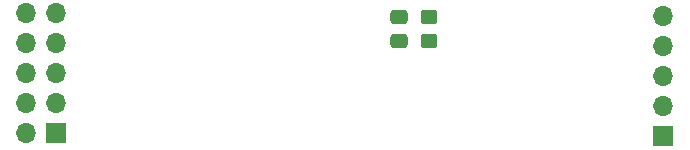
<source format=gbr>
%TF.GenerationSoftware,KiCad,Pcbnew,(7.0.0)*%
%TF.CreationDate,2023-08-02T20:08:49-07:00*%
%TF.ProjectId,SWD_to_v4WF_Cable,5357445f-746f-45f7-9634-57465f436162,rev?*%
%TF.SameCoordinates,Original*%
%TF.FileFunction,Soldermask,Top*%
%TF.FilePolarity,Negative*%
%FSLAX46Y46*%
G04 Gerber Fmt 4.6, Leading zero omitted, Abs format (unit mm)*
G04 Created by KiCad (PCBNEW (7.0.0)) date 2023-08-02 20:08:49*
%MOMM*%
%LPD*%
G01*
G04 APERTURE LIST*
G04 Aperture macros list*
%AMRoundRect*
0 Rectangle with rounded corners*
0 $1 Rounding radius*
0 $2 $3 $4 $5 $6 $7 $8 $9 X,Y pos of 4 corners*
0 Add a 4 corners polygon primitive as box body*
4,1,4,$2,$3,$4,$5,$6,$7,$8,$9,$2,$3,0*
0 Add four circle primitives for the rounded corners*
1,1,$1+$1,$2,$3*
1,1,$1+$1,$4,$5*
1,1,$1+$1,$6,$7*
1,1,$1+$1,$8,$9*
0 Add four rect primitives between the rounded corners*
20,1,$1+$1,$2,$3,$4,$5,0*
20,1,$1+$1,$4,$5,$6,$7,0*
20,1,$1+$1,$6,$7,$8,$9,0*
20,1,$1+$1,$8,$9,$2,$3,0*%
G04 Aperture macros list end*
%ADD10R,1.700000X1.700000*%
%ADD11O,1.700000X1.700000*%
%ADD12RoundRect,0.250000X0.450000X-0.350000X0.450000X0.350000X-0.450000X0.350000X-0.450000X-0.350000X0*%
%ADD13RoundRect,0.250000X-0.475000X0.337500X-0.475000X-0.337500X0.475000X-0.337500X0.475000X0.337500X0*%
G04 APERTURE END LIST*
D10*
%TO.C,J1*%
X183639999Y-64679999D03*
D11*
X183639999Y-62139999D03*
X183639999Y-59599999D03*
X183639999Y-57059999D03*
X183639999Y-54519999D03*
%TD*%
D12*
%TO.C,R1*%
X163775000Y-56600000D03*
X163775000Y-54600000D03*
%TD*%
D13*
%TO.C,C1*%
X161275000Y-54550000D03*
X161275000Y-56625000D03*
%TD*%
D10*
%TO.C,J2*%
X132249999Y-64424999D03*
D11*
X129709999Y-64424999D03*
X132249999Y-61884999D03*
X129709999Y-61884999D03*
X132249999Y-59344999D03*
X129709999Y-59344999D03*
X132249999Y-56804999D03*
X129709999Y-56804999D03*
X132249999Y-54264999D03*
X129709999Y-54264999D03*
%TD*%
M02*

</source>
